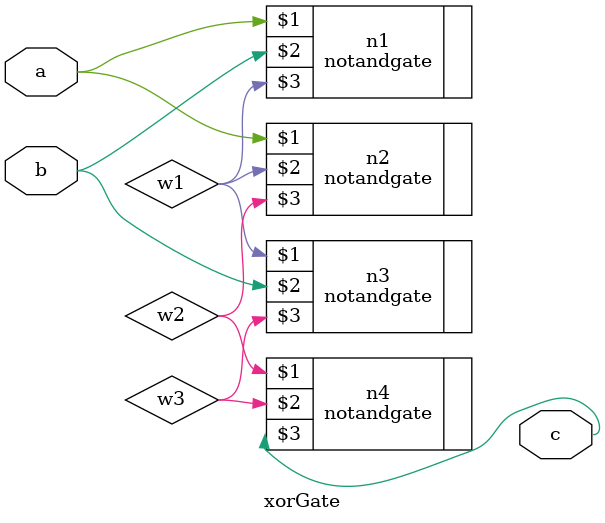
<source format=v>
`include "NotAndGate.v"

module xorGate(a, b, c);
    input a, b;
    output c;

    wire w1, w2, w3;

    notandgate n1(a, b, w1);
    notandgate n2(a, w1, w2);
    notandgate n3(w1, b, w3);
    notandgate n4(w2, w3, c);
endmodule
</source>
